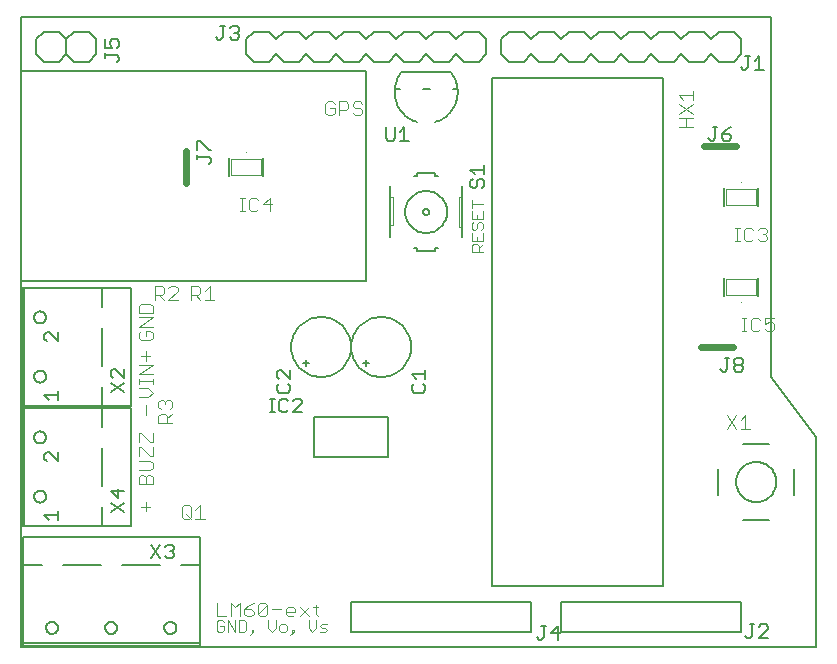
<source format=gto>
G75*
G70*
%OFA0B0*%
%FSLAX24Y24*%
%IPPOS*%
%LPD*%
%AMOC8*
5,1,8,0,0,1.08239X$1,22.5*
%
%ADD10C,0.0080*%
%ADD11C,0.0040*%
%ADD12C,0.0030*%
%ADD13C,0.0050*%
%ADD14C,0.0060*%
%ADD15C,0.0020*%
%ADD16C,0.0004*%
%ADD17C,0.0030*%
%ADD18C,0.0240*%
D10*
X002503Y000180D02*
X029003Y000180D01*
X029003Y007180D01*
X027503Y009180D01*
X027503Y021180D01*
X002503Y021180D01*
X002503Y000180D01*
X013503Y000680D02*
X013503Y001680D01*
X019503Y001680D01*
X019503Y000680D01*
X013503Y000680D01*
X020503Y000680D02*
X020503Y001680D01*
X026503Y001680D01*
X026503Y000680D01*
X020503Y000680D01*
X026570Y004420D02*
X027436Y004420D01*
X028263Y005247D02*
X028263Y006113D01*
X027436Y006940D02*
X026570Y006940D01*
X025743Y006113D02*
X025743Y005247D01*
X026334Y005680D02*
X026336Y005731D01*
X026342Y005782D01*
X026352Y005832D01*
X026365Y005882D01*
X026383Y005930D01*
X026403Y005977D01*
X026428Y006022D01*
X026456Y006065D01*
X026487Y006106D01*
X026521Y006144D01*
X026558Y006179D01*
X026597Y006212D01*
X026639Y006242D01*
X026683Y006268D01*
X026729Y006290D01*
X026777Y006310D01*
X026826Y006325D01*
X026876Y006337D01*
X026926Y006345D01*
X026977Y006349D01*
X027029Y006349D01*
X027080Y006345D01*
X027130Y006337D01*
X027180Y006325D01*
X027229Y006310D01*
X027277Y006290D01*
X027323Y006268D01*
X027367Y006242D01*
X027409Y006212D01*
X027448Y006179D01*
X027485Y006144D01*
X027519Y006106D01*
X027550Y006065D01*
X027578Y006022D01*
X027603Y005977D01*
X027623Y005930D01*
X027641Y005882D01*
X027654Y005832D01*
X027664Y005782D01*
X027670Y005731D01*
X027672Y005680D01*
X027670Y005629D01*
X027664Y005578D01*
X027654Y005528D01*
X027641Y005478D01*
X027623Y005430D01*
X027603Y005383D01*
X027578Y005338D01*
X027550Y005295D01*
X027519Y005254D01*
X027485Y005216D01*
X027448Y005181D01*
X027409Y005148D01*
X027367Y005118D01*
X027323Y005092D01*
X027277Y005070D01*
X027229Y005050D01*
X027180Y005035D01*
X027130Y005023D01*
X027080Y005015D01*
X027029Y005011D01*
X026977Y005011D01*
X026926Y005015D01*
X026876Y005023D01*
X026826Y005035D01*
X026777Y005050D01*
X026729Y005070D01*
X026683Y005092D01*
X026639Y005118D01*
X026597Y005148D01*
X026558Y005181D01*
X026521Y005216D01*
X026487Y005254D01*
X026456Y005295D01*
X026428Y005338D01*
X026403Y005383D01*
X026383Y005430D01*
X026365Y005478D01*
X026352Y005528D01*
X026342Y005578D01*
X026336Y005629D01*
X026334Y005680D01*
X026253Y019680D02*
X025753Y019680D01*
X025503Y019930D01*
X025253Y019680D01*
X024753Y019680D01*
X024503Y019930D01*
X024253Y019680D01*
X023753Y019680D01*
X023503Y019930D01*
X023253Y019680D01*
X022753Y019680D01*
X022503Y019930D01*
X022253Y019680D01*
X021753Y019680D01*
X021503Y019930D01*
X021253Y019680D01*
X020753Y019680D01*
X020503Y019930D01*
X020253Y019680D01*
X019753Y019680D01*
X019503Y019930D01*
X019253Y019680D01*
X018753Y019680D01*
X018503Y019930D01*
X018503Y020430D01*
X018753Y020680D01*
X019253Y020680D01*
X019503Y020430D01*
X019753Y020680D01*
X020253Y020680D01*
X020503Y020430D01*
X020753Y020680D01*
X021253Y020680D01*
X021503Y020430D01*
X021753Y020680D01*
X022253Y020680D01*
X022503Y020430D01*
X022753Y020680D01*
X023253Y020680D01*
X023503Y020430D01*
X023753Y020680D01*
X024253Y020680D01*
X024503Y020430D01*
X024753Y020680D01*
X025253Y020680D01*
X025503Y020430D01*
X025753Y020680D01*
X026253Y020680D01*
X026503Y020430D01*
X026503Y019930D01*
X026253Y019680D01*
X018003Y019930D02*
X017753Y019680D01*
X017253Y019680D01*
X017003Y019930D01*
X016753Y019680D01*
X016253Y019680D01*
X016003Y019930D01*
X015753Y019680D01*
X015253Y019680D01*
X015003Y019930D01*
X014753Y019680D01*
X014253Y019680D01*
X014003Y019930D01*
X013753Y019680D01*
X013253Y019680D01*
X013003Y019930D01*
X012753Y019680D01*
X012253Y019680D01*
X012003Y019930D01*
X011753Y019680D01*
X011253Y019680D01*
X011003Y019930D01*
X010753Y019680D01*
X010253Y019680D01*
X010003Y019930D01*
X010003Y020430D01*
X010253Y020680D01*
X010753Y020680D01*
X011003Y020430D01*
X011253Y020680D01*
X011753Y020680D01*
X012003Y020430D01*
X012253Y020680D01*
X012753Y020680D01*
X013003Y020430D01*
X013253Y020680D01*
X013753Y020680D01*
X014003Y020430D01*
X014253Y020680D01*
X014753Y020680D01*
X015003Y020430D01*
X015253Y020680D01*
X015753Y020680D01*
X016003Y020430D01*
X016253Y020680D01*
X016753Y020680D01*
X017003Y020430D01*
X017253Y020680D01*
X017753Y020680D01*
X018003Y020430D01*
X018003Y019930D01*
D11*
X013870Y018296D02*
X013793Y018373D01*
X013640Y018373D01*
X013563Y018296D01*
X013563Y018220D01*
X013640Y018143D01*
X013793Y018143D01*
X013870Y018066D01*
X013870Y017989D01*
X013793Y017913D01*
X013640Y017913D01*
X013563Y017989D01*
X013409Y018143D02*
X013409Y018296D01*
X013333Y018373D01*
X013102Y018373D01*
X013102Y017913D01*
X013102Y018066D02*
X013333Y018066D01*
X013409Y018143D01*
X012949Y018143D02*
X012796Y018143D01*
X012949Y018143D02*
X012949Y017989D01*
X012872Y017913D01*
X012719Y017913D01*
X012642Y017989D01*
X012642Y018296D01*
X012719Y018373D01*
X012872Y018373D01*
X012949Y018296D01*
X010793Y015160D02*
X010563Y014930D01*
X010870Y014930D01*
X010793Y014700D02*
X010793Y015160D01*
X010409Y015084D02*
X010333Y015160D01*
X010179Y015160D01*
X010102Y015084D01*
X010102Y014777D01*
X010179Y014700D01*
X010333Y014700D01*
X010409Y014777D01*
X009949Y014700D02*
X009796Y014700D01*
X009872Y014700D02*
X009872Y015160D01*
X009796Y015160D02*
X009949Y015160D01*
X008787Y012210D02*
X008787Y011750D01*
X008634Y011750D02*
X008941Y011750D01*
X008634Y012057D02*
X008787Y012210D01*
X008480Y012134D02*
X008480Y011980D01*
X008403Y011903D01*
X008173Y011903D01*
X008173Y011750D02*
X008173Y012210D01*
X008403Y012210D01*
X008480Y012134D01*
X008327Y011903D02*
X008480Y011750D01*
X007720Y011750D02*
X007413Y011750D01*
X007720Y012057D01*
X007720Y012134D01*
X007643Y012210D01*
X007490Y012210D01*
X007413Y012134D01*
X007259Y012134D02*
X007259Y011980D01*
X007183Y011903D01*
X006952Y011903D01*
X006952Y011750D02*
X006952Y012210D01*
X007183Y012210D01*
X007259Y012134D01*
X007106Y011903D02*
X007259Y011750D01*
X006883Y011551D02*
X006807Y011628D01*
X006500Y011628D01*
X006423Y011551D01*
X006423Y011321D01*
X006883Y011321D01*
X006883Y011551D01*
X006883Y011167D02*
X006423Y011167D01*
X006423Y010860D02*
X006883Y011167D01*
X006883Y010860D02*
X006423Y010860D01*
X006500Y010707D02*
X006423Y010630D01*
X006423Y010477D01*
X006500Y010400D01*
X006807Y010400D01*
X006883Y010477D01*
X006883Y010630D01*
X006807Y010707D01*
X006653Y010707D01*
X006653Y010553D01*
X006653Y010035D02*
X006653Y009728D01*
X006500Y009881D02*
X006807Y009881D01*
X006883Y009574D02*
X006423Y009574D01*
X006423Y009267D02*
X006883Y009574D01*
X006883Y009267D02*
X006423Y009267D01*
X006423Y009114D02*
X006423Y008960D01*
X006423Y009037D02*
X006883Y009037D01*
X006883Y008960D02*
X006883Y009114D01*
X006730Y008807D02*
X006423Y008807D01*
X006730Y008807D02*
X006883Y008653D01*
X006730Y008500D01*
X006423Y008500D01*
X006653Y008230D02*
X006653Y007923D01*
X007073Y007880D02*
X007150Y007957D01*
X007303Y007957D01*
X007380Y007880D01*
X007380Y007650D01*
X007533Y007650D02*
X007073Y007650D01*
X007073Y007880D01*
X007150Y008110D02*
X007073Y008187D01*
X007073Y008341D01*
X007150Y008417D01*
X007226Y008417D01*
X007303Y008341D01*
X007380Y008417D01*
X007457Y008417D01*
X007533Y008341D01*
X007533Y008187D01*
X007457Y008110D01*
X007533Y007957D02*
X007380Y007803D01*
X007303Y008264D02*
X007303Y008341D01*
X006883Y007309D02*
X006883Y007002D01*
X006807Y007002D01*
X006500Y007309D01*
X006423Y007309D01*
X006423Y007002D01*
X006423Y006848D02*
X006500Y006848D01*
X006807Y006542D01*
X006883Y006542D01*
X006883Y006848D01*
X006423Y006848D02*
X006423Y006542D01*
X006423Y006388D02*
X006807Y006388D01*
X006883Y006311D01*
X006883Y006158D01*
X006807Y006081D01*
X006423Y006081D01*
X006500Y005928D02*
X006576Y005928D01*
X006653Y005851D01*
X006653Y005621D01*
X006653Y005851D02*
X006730Y005928D01*
X006807Y005928D01*
X006883Y005851D01*
X006883Y005621D01*
X006423Y005621D01*
X006423Y005851D01*
X006500Y005928D01*
X006653Y005007D02*
X006653Y004700D01*
X006500Y004853D02*
X006807Y004853D01*
X007852Y004834D02*
X007852Y004527D01*
X007929Y004450D01*
X008083Y004450D01*
X008159Y004527D01*
X008159Y004834D01*
X008083Y004910D01*
X007929Y004910D01*
X007852Y004834D01*
X008006Y004603D02*
X008159Y004450D01*
X008313Y004450D02*
X008620Y004450D01*
X008466Y004450D02*
X008466Y004910D01*
X008313Y004757D01*
X009023Y001660D02*
X009023Y001200D01*
X009330Y001200D01*
X009484Y001200D02*
X009484Y001660D01*
X009637Y001507D01*
X009791Y001660D01*
X009791Y001200D01*
X009944Y001277D02*
X010021Y001200D01*
X010174Y001200D01*
X010251Y001277D01*
X010251Y001353D01*
X010174Y001430D01*
X009944Y001430D01*
X009944Y001277D01*
X009944Y001430D02*
X010098Y001584D01*
X010251Y001660D01*
X010404Y001584D02*
X010481Y001660D01*
X010635Y001660D01*
X010711Y001584D01*
X010404Y001277D01*
X010481Y001200D01*
X010635Y001200D01*
X010711Y001277D01*
X010711Y001584D01*
X010865Y001430D02*
X011172Y001430D01*
X011325Y001430D02*
X011402Y001507D01*
X011555Y001507D01*
X011632Y001430D01*
X011632Y001353D01*
X011325Y001353D01*
X011325Y001277D02*
X011325Y001430D01*
X011325Y001277D02*
X011402Y001200D01*
X011555Y001200D01*
X011786Y001200D02*
X012093Y001507D01*
X012246Y001507D02*
X012399Y001507D01*
X012323Y001584D02*
X012323Y001277D01*
X012399Y001200D01*
X012093Y001200D02*
X011786Y001507D01*
X010404Y001584D02*
X010404Y001277D01*
X026023Y007450D02*
X026330Y007910D01*
X026484Y007757D02*
X026637Y007910D01*
X026637Y007450D01*
X026484Y007450D02*
X026791Y007450D01*
X026330Y007450D02*
X026023Y007910D01*
X026523Y010700D02*
X026677Y010700D01*
X026600Y010700D02*
X026600Y011160D01*
X026523Y011160D02*
X026677Y011160D01*
X026830Y011084D02*
X026830Y010777D01*
X026907Y010700D01*
X027060Y010700D01*
X027137Y010777D01*
X027291Y010777D02*
X027367Y010700D01*
X027521Y010700D01*
X027598Y010777D01*
X027598Y010930D01*
X027521Y011007D01*
X027444Y011007D01*
X027291Y010930D01*
X027291Y011160D01*
X027598Y011160D01*
X027137Y011084D02*
X027060Y011160D01*
X026907Y011160D01*
X026830Y011084D01*
X026833Y013700D02*
X026909Y013777D01*
X026833Y013700D02*
X026679Y013700D01*
X026602Y013777D01*
X026602Y014084D01*
X026679Y014160D01*
X026833Y014160D01*
X026909Y014084D01*
X027063Y014084D02*
X027140Y014160D01*
X027293Y014160D01*
X027370Y014084D01*
X027370Y014007D01*
X027293Y013930D01*
X027370Y013853D01*
X027370Y013777D01*
X027293Y013700D01*
X027140Y013700D01*
X027063Y013777D01*
X027216Y013930D02*
X027293Y013930D01*
X026449Y013700D02*
X026296Y013700D01*
X026372Y013700D02*
X026372Y014160D01*
X026296Y014160D02*
X026449Y014160D01*
X024883Y017500D02*
X024423Y017500D01*
X024653Y017500D02*
X024653Y017807D01*
X024423Y017807D02*
X024883Y017807D01*
X024883Y017960D02*
X024423Y018267D01*
X024576Y018421D02*
X024423Y018574D01*
X024883Y018574D01*
X024883Y018421D02*
X024883Y018728D01*
X024883Y018267D02*
X024423Y017960D01*
D12*
X017888Y014950D02*
X017518Y014950D01*
X017518Y014827D02*
X017518Y015074D01*
X017518Y014705D02*
X017518Y014458D01*
X017888Y014458D01*
X017888Y014705D01*
X017703Y014582D02*
X017703Y014458D01*
X017765Y014337D02*
X017827Y014337D01*
X017888Y014275D01*
X017888Y014152D01*
X017827Y014090D01*
X017888Y013969D02*
X017888Y013722D01*
X017518Y013722D01*
X017518Y013969D01*
X017580Y014090D02*
X017518Y014152D01*
X017518Y014275D01*
X017580Y014337D01*
X017703Y014275D02*
X017765Y014337D01*
X017703Y014275D02*
X017703Y014152D01*
X017641Y014090D01*
X017580Y014090D01*
X017703Y013845D02*
X017703Y013722D01*
X017703Y013600D02*
X017765Y013539D01*
X017765Y013353D01*
X017888Y013353D02*
X017518Y013353D01*
X017518Y013539D01*
X017580Y013600D01*
X017703Y013600D01*
X017765Y013477D02*
X017888Y013600D01*
X012703Y000942D02*
X012518Y000942D01*
X012456Y000880D01*
X012518Y000818D01*
X012641Y000818D01*
X012703Y000757D01*
X012641Y000695D01*
X012456Y000695D01*
X012334Y000818D02*
X012334Y001065D01*
X012088Y001065D02*
X012088Y000818D01*
X012211Y000695D01*
X012334Y000818D01*
X011597Y000757D02*
X011535Y000757D01*
X011535Y000695D01*
X011597Y000695D01*
X011597Y000757D01*
X011597Y000695D02*
X011474Y000572D01*
X011291Y000695D02*
X011352Y000757D01*
X011352Y000880D01*
X011291Y000942D01*
X011167Y000942D01*
X011105Y000880D01*
X011105Y000757D01*
X011167Y000695D01*
X011291Y000695D01*
X010984Y000818D02*
X010984Y001065D01*
X010984Y000818D02*
X010861Y000695D01*
X010737Y000818D01*
X010737Y001065D01*
X010247Y000757D02*
X010185Y000757D01*
X010185Y000695D01*
X010247Y000695D01*
X010247Y000757D01*
X010247Y000695D02*
X010123Y000572D01*
X009940Y000695D02*
X010002Y000757D01*
X010002Y001004D01*
X009940Y001065D01*
X009755Y001065D01*
X009755Y000695D01*
X009940Y000695D01*
X009633Y000695D02*
X009633Y001065D01*
X009387Y001065D02*
X009633Y000695D01*
X009387Y000695D02*
X009387Y001065D01*
X009265Y001004D02*
X009203Y001065D01*
X009080Y001065D01*
X009018Y001004D01*
X009018Y000757D01*
X009080Y000695D01*
X009203Y000695D01*
X009265Y000757D01*
X009265Y000880D01*
X009142Y000880D01*
D13*
X007532Y003143D02*
X007381Y003143D01*
X007306Y003218D01*
X007146Y003143D02*
X006846Y003593D01*
X007146Y003593D02*
X006846Y003143D01*
X007306Y003518D02*
X007381Y003593D01*
X007532Y003593D01*
X007607Y003518D01*
X007607Y003443D01*
X007532Y003368D01*
X007607Y003293D01*
X007607Y003218D01*
X007532Y003143D01*
X007532Y003368D02*
X007457Y003368D01*
X005948Y004691D02*
X005498Y004991D01*
X005723Y005151D02*
X005723Y005451D01*
X005498Y005376D02*
X005723Y005151D01*
X005948Y004991D02*
X005498Y004691D01*
X005498Y005376D02*
X005948Y005376D01*
X003728Y004721D02*
X003728Y004421D01*
X003728Y004571D02*
X003278Y004571D01*
X003428Y004421D01*
X003353Y006371D02*
X003278Y006446D01*
X003278Y006596D01*
X003353Y006671D01*
X003428Y006671D01*
X003728Y006371D01*
X003728Y006671D01*
X003728Y008421D02*
X003728Y008721D01*
X003728Y008571D02*
X003278Y008571D01*
X003428Y008421D01*
X005498Y008691D02*
X005948Y008991D01*
X005948Y009151D02*
X005648Y009451D01*
X005573Y009451D01*
X005498Y009376D01*
X005498Y009226D01*
X005573Y009151D01*
X005498Y008991D02*
X005948Y008691D01*
X005948Y009151D02*
X005948Y009451D01*
X003728Y010371D02*
X003428Y010671D01*
X003353Y010671D01*
X003278Y010596D01*
X003278Y010446D01*
X003353Y010371D01*
X003728Y010371D02*
X003728Y010671D01*
X002503Y012393D02*
X014003Y012393D01*
X014003Y019393D01*
X002503Y019393D01*
X002503Y012393D01*
X008378Y016434D02*
X008378Y016584D01*
X008378Y016509D02*
X008753Y016509D01*
X008828Y016434D01*
X008828Y016359D01*
X008753Y016284D01*
X008753Y016745D02*
X008828Y016745D01*
X008753Y016745D02*
X008453Y017045D01*
X008378Y017045D01*
X008378Y016745D01*
X009444Y016495D02*
X009444Y015865D01*
X010562Y015865D02*
X010562Y016495D01*
X014657Y017130D02*
X014733Y017055D01*
X014883Y017055D01*
X014958Y017130D01*
X014958Y017505D01*
X015118Y017355D02*
X015268Y017505D01*
X015268Y017055D01*
X015118Y017055D02*
X015418Y017055D01*
X014657Y017130D02*
X014657Y017505D01*
X017478Y016095D02*
X017928Y016095D01*
X017928Y015945D02*
X017928Y016245D01*
X017628Y015945D02*
X017478Y016095D01*
X017553Y015784D02*
X017478Y015709D01*
X017478Y015559D01*
X017553Y015484D01*
X017628Y015484D01*
X017703Y015559D01*
X017703Y015709D01*
X017778Y015784D01*
X017853Y015784D01*
X017928Y015709D01*
X017928Y015559D01*
X017853Y015484D01*
X018195Y019137D02*
X023903Y019137D01*
X023903Y002208D01*
X018195Y002208D01*
X018195Y019137D01*
X025407Y017130D02*
X025483Y017055D01*
X025558Y017055D01*
X025633Y017130D01*
X025633Y017505D01*
X025558Y017505D02*
X025708Y017505D01*
X025868Y017280D02*
X026093Y017280D01*
X026168Y017205D01*
X026168Y017130D01*
X026093Y017055D01*
X025943Y017055D01*
X025868Y017130D01*
X025868Y017280D01*
X026018Y017430D01*
X026168Y017505D01*
X026573Y019425D02*
X026648Y019425D01*
X026723Y019500D01*
X026723Y019875D01*
X026648Y019875D02*
X026799Y019875D01*
X026959Y019725D02*
X027109Y019875D01*
X027109Y019425D01*
X026959Y019425D02*
X027259Y019425D01*
X026573Y019425D02*
X026498Y019500D01*
X025944Y015495D02*
X025944Y014865D01*
X027062Y014865D02*
X027062Y015495D01*
X027062Y012495D02*
X027062Y011865D01*
X025944Y011865D02*
X025944Y012495D01*
X025958Y009805D02*
X026108Y009805D01*
X026033Y009805D02*
X026033Y009430D01*
X025958Y009355D01*
X025883Y009355D01*
X025807Y009430D01*
X026268Y009430D02*
X026343Y009355D01*
X026493Y009355D01*
X026568Y009430D01*
X026568Y009505D01*
X026493Y009580D01*
X026343Y009580D01*
X026268Y009655D01*
X026268Y009730D01*
X026343Y009805D01*
X026493Y009805D01*
X026568Y009730D01*
X026568Y009655D01*
X026493Y009580D01*
X026343Y009580D02*
X026268Y009505D01*
X026268Y009430D01*
X015978Y009416D02*
X015978Y009115D01*
X015978Y009266D02*
X015528Y009266D01*
X015678Y009115D01*
X015603Y008955D02*
X015528Y008880D01*
X015528Y008730D01*
X015603Y008655D01*
X015903Y008655D01*
X015978Y008730D01*
X015978Y008880D01*
X015903Y008955D01*
X011868Y008380D02*
X011868Y008305D01*
X011568Y008005D01*
X011868Y008005D01*
X011408Y008080D02*
X011333Y008005D01*
X011183Y008005D01*
X011107Y008080D01*
X011107Y008380D01*
X011183Y008455D01*
X011333Y008455D01*
X011408Y008380D01*
X011568Y008380D02*
X011643Y008455D01*
X011793Y008455D01*
X011868Y008380D01*
X011478Y008730D02*
X011478Y008880D01*
X011403Y008955D01*
X011478Y009115D02*
X011178Y009416D01*
X011103Y009416D01*
X011028Y009341D01*
X011028Y009190D01*
X011103Y009115D01*
X011103Y008955D02*
X011028Y008880D01*
X011028Y008730D01*
X011103Y008655D01*
X011403Y008655D01*
X011478Y008730D01*
X011478Y009115D02*
X011478Y009416D01*
X010951Y008455D02*
X010801Y008455D01*
X010876Y008455D02*
X010876Y008005D01*
X010801Y008005D02*
X010951Y008005D01*
X019848Y000875D02*
X019999Y000875D01*
X019923Y000875D02*
X019923Y000500D01*
X019848Y000425D01*
X019773Y000425D01*
X019698Y000500D01*
X020159Y000650D02*
X020459Y000650D01*
X020384Y000425D02*
X020384Y000875D01*
X020159Y000650D01*
X026637Y000560D02*
X026713Y000485D01*
X026788Y000485D01*
X026863Y000560D01*
X026863Y000935D01*
X026788Y000935D02*
X026938Y000935D01*
X027098Y000860D02*
X027173Y000935D01*
X027323Y000935D01*
X027398Y000860D01*
X027398Y000785D01*
X027098Y000485D01*
X027398Y000485D01*
X005758Y019750D02*
X005758Y019825D01*
X005683Y019900D01*
X005308Y019900D01*
X005308Y019825D02*
X005308Y019975D01*
X005308Y020135D02*
X005533Y020135D01*
X005458Y020286D01*
X005458Y020361D01*
X005533Y020436D01*
X005683Y020436D01*
X005758Y020361D01*
X005758Y020210D01*
X005683Y020135D01*
X005308Y020135D02*
X005308Y020436D01*
X005758Y019750D02*
X005683Y019675D01*
X008998Y020500D02*
X009073Y020425D01*
X009148Y020425D01*
X009223Y020500D01*
X009223Y020875D01*
X009148Y020875D02*
X009299Y020875D01*
X009459Y020800D02*
X009534Y020875D01*
X009684Y020875D01*
X009759Y020800D01*
X009759Y020725D01*
X009684Y020650D01*
X009759Y020575D01*
X009759Y020500D01*
X009684Y020425D01*
X009534Y020425D01*
X009459Y020500D01*
X009609Y020650D02*
X009684Y020650D01*
D14*
X005003Y020430D02*
X005003Y019930D01*
X004753Y019680D01*
X004253Y019680D01*
X004003Y019930D01*
X003753Y019680D01*
X003253Y019680D01*
X003003Y019930D01*
X003003Y020430D01*
X003253Y020680D01*
X003753Y020680D01*
X004003Y020430D01*
X004253Y020680D01*
X004753Y020680D01*
X005003Y020430D01*
X004003Y020430D02*
X004003Y019930D01*
X014803Y015530D02*
X014803Y015180D01*
X014803Y014230D01*
X014803Y013830D01*
X015603Y013480D02*
X015703Y013480D01*
X015703Y013380D01*
X016303Y013380D01*
X016303Y013480D01*
X016403Y013480D01*
X017203Y013830D02*
X017203Y014180D01*
X017203Y015180D01*
X017203Y015530D01*
X016403Y015880D02*
X016303Y015880D01*
X016303Y015980D01*
X015703Y015980D01*
X015703Y015880D01*
X015603Y015880D01*
X015903Y014680D02*
X015905Y014700D01*
X015911Y014718D01*
X015920Y014736D01*
X015932Y014751D01*
X015947Y014763D01*
X015965Y014772D01*
X015983Y014778D01*
X016003Y014780D01*
X016023Y014778D01*
X016041Y014772D01*
X016059Y014763D01*
X016074Y014751D01*
X016086Y014736D01*
X016095Y014718D01*
X016101Y014700D01*
X016103Y014680D01*
X016101Y014660D01*
X016095Y014642D01*
X016086Y014624D01*
X016074Y014609D01*
X016059Y014597D01*
X016041Y014588D01*
X016023Y014582D01*
X016003Y014580D01*
X015983Y014582D01*
X015965Y014588D01*
X015947Y014597D01*
X015932Y014609D01*
X015920Y014624D01*
X015911Y014642D01*
X015905Y014660D01*
X015903Y014680D01*
X015303Y014680D02*
X015305Y014732D01*
X015311Y014784D01*
X015321Y014836D01*
X015334Y014886D01*
X015351Y014936D01*
X015372Y014984D01*
X015397Y015030D01*
X015425Y015074D01*
X015456Y015116D01*
X015490Y015156D01*
X015527Y015193D01*
X015567Y015227D01*
X015609Y015258D01*
X015653Y015286D01*
X015699Y015311D01*
X015747Y015332D01*
X015797Y015349D01*
X015847Y015362D01*
X015899Y015372D01*
X015951Y015378D01*
X016003Y015380D01*
X016055Y015378D01*
X016107Y015372D01*
X016159Y015362D01*
X016209Y015349D01*
X016259Y015332D01*
X016307Y015311D01*
X016353Y015286D01*
X016397Y015258D01*
X016439Y015227D01*
X016479Y015193D01*
X016516Y015156D01*
X016550Y015116D01*
X016581Y015074D01*
X016609Y015030D01*
X016634Y014984D01*
X016655Y014936D01*
X016672Y014886D01*
X016685Y014836D01*
X016695Y014784D01*
X016701Y014732D01*
X016703Y014680D01*
X016701Y014628D01*
X016695Y014576D01*
X016685Y014524D01*
X016672Y014474D01*
X016655Y014424D01*
X016634Y014376D01*
X016609Y014330D01*
X016581Y014286D01*
X016550Y014244D01*
X016516Y014204D01*
X016479Y014167D01*
X016439Y014133D01*
X016397Y014102D01*
X016353Y014074D01*
X016307Y014049D01*
X016259Y014028D01*
X016209Y014011D01*
X016159Y013998D01*
X016107Y013988D01*
X016055Y013982D01*
X016003Y013980D01*
X015951Y013982D01*
X015899Y013988D01*
X015847Y013998D01*
X015797Y014011D01*
X015747Y014028D01*
X015699Y014049D01*
X015653Y014074D01*
X015609Y014102D01*
X015567Y014133D01*
X015527Y014167D01*
X015490Y014204D01*
X015456Y014244D01*
X015425Y014286D01*
X015397Y014330D01*
X015372Y014376D01*
X015351Y014424D01*
X015334Y014474D01*
X015321Y014524D01*
X015311Y014576D01*
X015305Y014628D01*
X015303Y014680D01*
X015693Y017677D02*
X015633Y017697D01*
X015574Y017721D01*
X015517Y017749D01*
X015462Y017780D01*
X015408Y017815D01*
X015357Y017852D01*
X015308Y017893D01*
X015262Y017937D01*
X015218Y017983D01*
X015177Y018032D01*
X015139Y018083D01*
X015105Y018136D01*
X015073Y018192D01*
X015046Y018249D01*
X015021Y018308D01*
X015001Y018368D01*
X014983Y018429D01*
X014970Y018491D01*
X014961Y018554D01*
X014955Y018617D01*
X014953Y018681D01*
X014955Y018745D01*
X014961Y018808D01*
X014970Y018871D01*
X014984Y018933D01*
X015001Y018994D01*
X015022Y019054D01*
X015046Y019113D01*
X015074Y019170D01*
X015106Y019226D01*
X015141Y019279D01*
X015178Y019330D01*
X016828Y019330D01*
X016891Y018780D02*
X017049Y018780D01*
X016116Y018780D02*
X015891Y018780D01*
X016828Y019330D02*
X016865Y019279D01*
X016900Y019226D01*
X016932Y019170D01*
X016960Y019113D01*
X016984Y019054D01*
X017005Y018994D01*
X017022Y018933D01*
X017036Y018871D01*
X017045Y018808D01*
X017051Y018745D01*
X017053Y018681D01*
X017051Y018617D01*
X017045Y018554D01*
X017036Y018491D01*
X017023Y018429D01*
X017005Y018368D01*
X016985Y018308D01*
X016960Y018249D01*
X016933Y018192D01*
X016901Y018136D01*
X016867Y018083D01*
X016829Y018032D01*
X016788Y017983D01*
X016744Y017937D01*
X016698Y017893D01*
X016649Y017852D01*
X016598Y017815D01*
X016544Y017780D01*
X016489Y017749D01*
X016432Y017721D01*
X016373Y017697D01*
X016313Y017677D01*
X015116Y018780D02*
X014958Y018780D01*
X006153Y012146D02*
X005213Y012146D01*
X002613Y012146D01*
X002613Y008216D01*
X002533Y008216D01*
X002533Y012146D01*
X002613Y012146D01*
X002933Y011166D02*
X002935Y011194D01*
X002941Y011221D01*
X002950Y011247D01*
X002963Y011272D01*
X002980Y011295D01*
X002999Y011315D01*
X003021Y011332D01*
X003045Y011346D01*
X003071Y011356D01*
X003098Y011363D01*
X003126Y011366D01*
X003154Y011365D01*
X003181Y011360D01*
X003208Y011351D01*
X003233Y011339D01*
X003256Y011324D01*
X003277Y011305D01*
X003295Y011284D01*
X003310Y011260D01*
X003321Y011234D01*
X003329Y011208D01*
X003333Y011180D01*
X003333Y011152D01*
X003329Y011124D01*
X003321Y011098D01*
X003310Y011072D01*
X003295Y011048D01*
X003277Y011027D01*
X003256Y011008D01*
X003233Y010993D01*
X003208Y010981D01*
X003181Y010972D01*
X003154Y010967D01*
X003126Y010966D01*
X003098Y010969D01*
X003071Y010976D01*
X003045Y010986D01*
X003021Y011000D01*
X002999Y011017D01*
X002980Y011037D01*
X002963Y011060D01*
X002950Y011085D01*
X002941Y011111D01*
X002935Y011138D01*
X002933Y011166D01*
X005213Y011516D02*
X005213Y012146D01*
X006153Y012146D02*
X006153Y008216D01*
X005213Y008216D01*
X002613Y008216D01*
X002613Y008146D02*
X005213Y008146D01*
X006153Y008146D01*
X006153Y004216D01*
X005213Y004216D01*
X002613Y004216D01*
X002533Y004216D01*
X002533Y008146D01*
X002613Y008146D01*
X002613Y004216D01*
X002552Y003838D02*
X002552Y002898D01*
X002552Y000298D01*
X008452Y000298D01*
X008452Y000218D01*
X002552Y000218D01*
X002552Y000298D01*
X003332Y000818D02*
X003334Y000846D01*
X003340Y000873D01*
X003349Y000899D01*
X003362Y000924D01*
X003379Y000947D01*
X003398Y000967D01*
X003420Y000984D01*
X003444Y000998D01*
X003470Y001008D01*
X003497Y001015D01*
X003525Y001018D01*
X003553Y001017D01*
X003580Y001012D01*
X003607Y001003D01*
X003632Y000991D01*
X003655Y000976D01*
X003676Y000957D01*
X003694Y000936D01*
X003709Y000912D01*
X003720Y000886D01*
X003728Y000860D01*
X003732Y000832D01*
X003732Y000804D01*
X003728Y000776D01*
X003720Y000750D01*
X003709Y000724D01*
X003694Y000700D01*
X003676Y000679D01*
X003655Y000660D01*
X003632Y000645D01*
X003607Y000633D01*
X003580Y000624D01*
X003553Y000619D01*
X003525Y000618D01*
X003497Y000621D01*
X003470Y000628D01*
X003444Y000638D01*
X003420Y000652D01*
X003398Y000669D01*
X003379Y000689D01*
X003362Y000712D01*
X003349Y000737D01*
X003340Y000763D01*
X003334Y000790D01*
X003332Y000818D01*
X005302Y000818D02*
X005304Y000846D01*
X005310Y000873D01*
X005319Y000899D01*
X005332Y000924D01*
X005349Y000947D01*
X005368Y000967D01*
X005390Y000984D01*
X005414Y000998D01*
X005440Y001008D01*
X005467Y001015D01*
X005495Y001018D01*
X005523Y001017D01*
X005550Y001012D01*
X005577Y001003D01*
X005602Y000991D01*
X005625Y000976D01*
X005646Y000957D01*
X005664Y000936D01*
X005679Y000912D01*
X005690Y000886D01*
X005698Y000860D01*
X005702Y000832D01*
X005702Y000804D01*
X005698Y000776D01*
X005690Y000750D01*
X005679Y000724D01*
X005664Y000700D01*
X005646Y000679D01*
X005625Y000660D01*
X005602Y000645D01*
X005577Y000633D01*
X005550Y000624D01*
X005523Y000619D01*
X005495Y000618D01*
X005467Y000621D01*
X005440Y000628D01*
X005414Y000638D01*
X005390Y000652D01*
X005368Y000669D01*
X005349Y000689D01*
X005332Y000712D01*
X005319Y000737D01*
X005310Y000763D01*
X005304Y000790D01*
X005302Y000818D01*
X007272Y000818D02*
X007274Y000846D01*
X007280Y000873D01*
X007289Y000899D01*
X007302Y000924D01*
X007319Y000947D01*
X007338Y000967D01*
X007360Y000984D01*
X007384Y000998D01*
X007410Y001008D01*
X007437Y001015D01*
X007465Y001018D01*
X007493Y001017D01*
X007520Y001012D01*
X007547Y001003D01*
X007572Y000991D01*
X007595Y000976D01*
X007616Y000957D01*
X007634Y000936D01*
X007649Y000912D01*
X007660Y000886D01*
X007668Y000860D01*
X007672Y000832D01*
X007672Y000804D01*
X007668Y000776D01*
X007660Y000750D01*
X007649Y000724D01*
X007634Y000700D01*
X007616Y000679D01*
X007595Y000660D01*
X007572Y000645D01*
X007547Y000633D01*
X007520Y000624D01*
X007493Y000619D01*
X007465Y000618D01*
X007437Y000621D01*
X007410Y000628D01*
X007384Y000638D01*
X007360Y000652D01*
X007338Y000669D01*
X007319Y000689D01*
X007302Y000712D01*
X007289Y000737D01*
X007280Y000763D01*
X007274Y000790D01*
X007272Y000818D01*
X008452Y000298D02*
X008452Y002898D01*
X007822Y002898D01*
X008452Y002898D02*
X008452Y003838D01*
X002552Y003838D01*
X002552Y002898D02*
X003182Y002898D01*
X003882Y002898D02*
X005152Y002898D01*
X005852Y002898D02*
X007122Y002898D01*
X005213Y004216D02*
X005213Y004846D01*
X005213Y005546D02*
X005213Y006816D01*
X005213Y007516D02*
X005213Y008146D01*
X005213Y008216D02*
X005213Y008846D01*
X005213Y009546D02*
X005213Y010816D01*
X002933Y009196D02*
X002935Y009224D01*
X002941Y009251D01*
X002950Y009277D01*
X002963Y009302D01*
X002980Y009325D01*
X002999Y009345D01*
X003021Y009362D01*
X003045Y009376D01*
X003071Y009386D01*
X003098Y009393D01*
X003126Y009396D01*
X003154Y009395D01*
X003181Y009390D01*
X003208Y009381D01*
X003233Y009369D01*
X003256Y009354D01*
X003277Y009335D01*
X003295Y009314D01*
X003310Y009290D01*
X003321Y009264D01*
X003329Y009238D01*
X003333Y009210D01*
X003333Y009182D01*
X003329Y009154D01*
X003321Y009128D01*
X003310Y009102D01*
X003295Y009078D01*
X003277Y009057D01*
X003256Y009038D01*
X003233Y009023D01*
X003208Y009011D01*
X003181Y009002D01*
X003154Y008997D01*
X003126Y008996D01*
X003098Y008999D01*
X003071Y009006D01*
X003045Y009016D01*
X003021Y009030D01*
X002999Y009047D01*
X002980Y009067D01*
X002963Y009090D01*
X002950Y009115D01*
X002941Y009141D01*
X002935Y009168D01*
X002933Y009196D01*
X002933Y007166D02*
X002935Y007194D01*
X002941Y007221D01*
X002950Y007247D01*
X002963Y007272D01*
X002980Y007295D01*
X002999Y007315D01*
X003021Y007332D01*
X003045Y007346D01*
X003071Y007356D01*
X003098Y007363D01*
X003126Y007366D01*
X003154Y007365D01*
X003181Y007360D01*
X003208Y007351D01*
X003233Y007339D01*
X003256Y007324D01*
X003277Y007305D01*
X003295Y007284D01*
X003310Y007260D01*
X003321Y007234D01*
X003329Y007208D01*
X003333Y007180D01*
X003333Y007152D01*
X003329Y007124D01*
X003321Y007098D01*
X003310Y007072D01*
X003295Y007048D01*
X003277Y007027D01*
X003256Y007008D01*
X003233Y006993D01*
X003208Y006981D01*
X003181Y006972D01*
X003154Y006967D01*
X003126Y006966D01*
X003098Y006969D01*
X003071Y006976D01*
X003045Y006986D01*
X003021Y007000D01*
X002999Y007017D01*
X002980Y007037D01*
X002963Y007060D01*
X002950Y007085D01*
X002941Y007111D01*
X002935Y007138D01*
X002933Y007166D01*
X002933Y005196D02*
X002935Y005224D01*
X002941Y005251D01*
X002950Y005277D01*
X002963Y005302D01*
X002980Y005325D01*
X002999Y005345D01*
X003021Y005362D01*
X003045Y005376D01*
X003071Y005386D01*
X003098Y005393D01*
X003126Y005396D01*
X003154Y005395D01*
X003181Y005390D01*
X003208Y005381D01*
X003233Y005369D01*
X003256Y005354D01*
X003277Y005335D01*
X003295Y005314D01*
X003310Y005290D01*
X003321Y005264D01*
X003329Y005238D01*
X003333Y005210D01*
X003333Y005182D01*
X003329Y005154D01*
X003321Y005128D01*
X003310Y005102D01*
X003295Y005078D01*
X003277Y005057D01*
X003256Y005038D01*
X003233Y005023D01*
X003208Y005011D01*
X003181Y005002D01*
X003154Y004997D01*
X003126Y004996D01*
X003098Y004999D01*
X003071Y005006D01*
X003045Y005016D01*
X003021Y005030D01*
X002999Y005047D01*
X002980Y005067D01*
X002963Y005090D01*
X002950Y005115D01*
X002941Y005141D01*
X002935Y005168D01*
X002933Y005196D01*
X011903Y009630D02*
X012003Y009630D01*
X012003Y009730D01*
X012003Y009630D02*
X012103Y009630D01*
X012003Y009630D02*
X012003Y009530D01*
X011503Y010180D02*
X011505Y010243D01*
X011511Y010305D01*
X011521Y010367D01*
X011534Y010429D01*
X011552Y010489D01*
X011573Y010548D01*
X011598Y010606D01*
X011627Y010662D01*
X011659Y010716D01*
X011694Y010768D01*
X011732Y010817D01*
X011774Y010865D01*
X011818Y010909D01*
X011866Y010951D01*
X011915Y010989D01*
X011967Y011024D01*
X012021Y011056D01*
X012077Y011085D01*
X012135Y011110D01*
X012194Y011131D01*
X012254Y011149D01*
X012316Y011162D01*
X012378Y011172D01*
X012440Y011178D01*
X012503Y011180D01*
X012566Y011178D01*
X012628Y011172D01*
X012690Y011162D01*
X012752Y011149D01*
X012812Y011131D01*
X012871Y011110D01*
X012929Y011085D01*
X012985Y011056D01*
X013039Y011024D01*
X013091Y010989D01*
X013140Y010951D01*
X013188Y010909D01*
X013232Y010865D01*
X013274Y010817D01*
X013312Y010768D01*
X013347Y010716D01*
X013379Y010662D01*
X013408Y010606D01*
X013433Y010548D01*
X013454Y010489D01*
X013472Y010429D01*
X013485Y010367D01*
X013495Y010305D01*
X013501Y010243D01*
X013503Y010180D01*
X013501Y010117D01*
X013495Y010055D01*
X013485Y009993D01*
X013472Y009931D01*
X013454Y009871D01*
X013433Y009812D01*
X013408Y009754D01*
X013379Y009698D01*
X013347Y009644D01*
X013312Y009592D01*
X013274Y009543D01*
X013232Y009495D01*
X013188Y009451D01*
X013140Y009409D01*
X013091Y009371D01*
X013039Y009336D01*
X012985Y009304D01*
X012929Y009275D01*
X012871Y009250D01*
X012812Y009229D01*
X012752Y009211D01*
X012690Y009198D01*
X012628Y009188D01*
X012566Y009182D01*
X012503Y009180D01*
X012440Y009182D01*
X012378Y009188D01*
X012316Y009198D01*
X012254Y009211D01*
X012194Y009229D01*
X012135Y009250D01*
X012077Y009275D01*
X012021Y009304D01*
X011967Y009336D01*
X011915Y009371D01*
X011866Y009409D01*
X011818Y009451D01*
X011774Y009495D01*
X011732Y009543D01*
X011694Y009592D01*
X011659Y009644D01*
X011627Y009698D01*
X011598Y009754D01*
X011573Y009812D01*
X011552Y009871D01*
X011534Y009931D01*
X011521Y009993D01*
X011511Y010055D01*
X011505Y010117D01*
X011503Y010180D01*
X013903Y009630D02*
X014003Y009630D01*
X014003Y009730D01*
X014003Y009630D02*
X014103Y009630D01*
X014003Y009630D02*
X014003Y009530D01*
X013503Y010180D02*
X013505Y010243D01*
X013511Y010305D01*
X013521Y010367D01*
X013534Y010429D01*
X013552Y010489D01*
X013573Y010548D01*
X013598Y010606D01*
X013627Y010662D01*
X013659Y010716D01*
X013694Y010768D01*
X013732Y010817D01*
X013774Y010865D01*
X013818Y010909D01*
X013866Y010951D01*
X013915Y010989D01*
X013967Y011024D01*
X014021Y011056D01*
X014077Y011085D01*
X014135Y011110D01*
X014194Y011131D01*
X014254Y011149D01*
X014316Y011162D01*
X014378Y011172D01*
X014440Y011178D01*
X014503Y011180D01*
X014566Y011178D01*
X014628Y011172D01*
X014690Y011162D01*
X014752Y011149D01*
X014812Y011131D01*
X014871Y011110D01*
X014929Y011085D01*
X014985Y011056D01*
X015039Y011024D01*
X015091Y010989D01*
X015140Y010951D01*
X015188Y010909D01*
X015232Y010865D01*
X015274Y010817D01*
X015312Y010768D01*
X015347Y010716D01*
X015379Y010662D01*
X015408Y010606D01*
X015433Y010548D01*
X015454Y010489D01*
X015472Y010429D01*
X015485Y010367D01*
X015495Y010305D01*
X015501Y010243D01*
X015503Y010180D01*
X015501Y010117D01*
X015495Y010055D01*
X015485Y009993D01*
X015472Y009931D01*
X015454Y009871D01*
X015433Y009812D01*
X015408Y009754D01*
X015379Y009698D01*
X015347Y009644D01*
X015312Y009592D01*
X015274Y009543D01*
X015232Y009495D01*
X015188Y009451D01*
X015140Y009409D01*
X015091Y009371D01*
X015039Y009336D01*
X014985Y009304D01*
X014929Y009275D01*
X014871Y009250D01*
X014812Y009229D01*
X014752Y009211D01*
X014690Y009198D01*
X014628Y009188D01*
X014566Y009182D01*
X014503Y009180D01*
X014440Y009182D01*
X014378Y009188D01*
X014316Y009198D01*
X014254Y009211D01*
X014194Y009229D01*
X014135Y009250D01*
X014077Y009275D01*
X014021Y009304D01*
X013967Y009336D01*
X013915Y009371D01*
X013866Y009409D01*
X013818Y009451D01*
X013774Y009495D01*
X013732Y009543D01*
X013694Y009592D01*
X013659Y009644D01*
X013627Y009698D01*
X013598Y009754D01*
X013573Y009812D01*
X013552Y009871D01*
X013534Y009931D01*
X013521Y009993D01*
X013511Y010055D01*
X013505Y010117D01*
X013503Y010180D01*
X012273Y007861D02*
X014733Y007861D01*
X014733Y006499D01*
X012273Y006499D01*
X012273Y007861D01*
D15*
X014803Y014230D02*
X014903Y014230D01*
X014903Y015180D01*
X014803Y015180D01*
X017103Y015180D02*
X017103Y014180D01*
X017203Y014180D01*
X017203Y015180D02*
X017103Y015180D01*
D16*
X010003Y016688D02*
X010003Y016692D01*
X026503Y015688D02*
X026503Y015692D01*
X026503Y011672D02*
X026503Y011668D01*
D17*
X026003Y011920D02*
X026003Y012436D01*
X027007Y012436D01*
X027007Y011920D01*
X026003Y011920D01*
X025999Y014924D02*
X025999Y015440D01*
X027003Y015440D01*
X027003Y014924D01*
X025999Y014924D01*
X010503Y015924D02*
X010503Y016440D01*
X009499Y016440D01*
X009499Y015924D01*
X010503Y015924D01*
D18*
X008003Y015650D02*
X008003Y016710D01*
X025273Y016880D02*
X026333Y016880D01*
X026233Y010180D02*
X025173Y010180D01*
M02*

</source>
